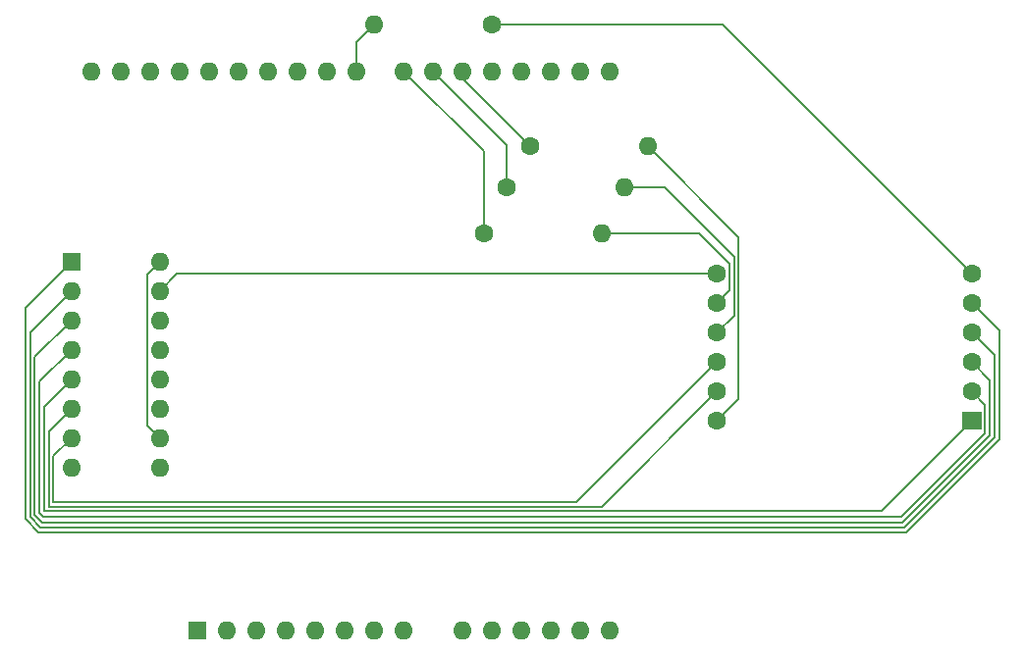
<source format=gbr>
%TF.GenerationSoftware,KiCad,Pcbnew,8.0.4-8.0.4-0~ubuntu24.04.1*%
%TF.CreationDate,2024-08-14T21:56:27+02:00*%
%TF.ProjectId,test_pcb,74657374-5f70-4636-922e-6b696361645f,rev?*%
%TF.SameCoordinates,Original*%
%TF.FileFunction,Copper,L1,Top*%
%TF.FilePolarity,Positive*%
%FSLAX46Y46*%
G04 Gerber Fmt 4.6, Leading zero omitted, Abs format (unit mm)*
G04 Created by KiCad (PCBNEW 8.0.4-8.0.4-0~ubuntu24.04.1) date 2024-08-14 21:56:27*
%MOMM*%
%LPD*%
G01*
G04 APERTURE LIST*
%TA.AperFunction,ComponentPad*%
%ADD10C,1.600000*%
%TD*%
%TA.AperFunction,ComponentPad*%
%ADD11O,1.600000X1.600000*%
%TD*%
%TA.AperFunction,ComponentPad*%
%ADD12R,1.700000X1.600000*%
%TD*%
%TA.AperFunction,ComponentPad*%
%ADD13R,1.600000X1.600000*%
%TD*%
%TA.AperFunction,Conductor*%
%ADD14C,0.200000*%
%TD*%
G04 APERTURE END LIST*
D10*
%TO.P,R1,1*%
%TO.N,Net-(https://www.electrokit.com/upload/product/41013/41013527/1LEDREDCC.pdf1-DIG4)*%
X156080000Y-69000000D03*
D11*
%TO.P,R1,2*%
%TO.N,Net-(UNO1-D8)*%
X145920000Y-69000000D03*
%TD*%
D10*
%TO.P,R4,1*%
%TO.N,Net-(UNO1-D7)*%
X155420000Y-87000000D03*
D11*
%TO.P,R4,2*%
%TO.N,Net-(https://www.electrokit.com/upload/product/41013/41013527/1LEDREDCC.pdf1-DIG3)*%
X165580000Y-87000000D03*
%TD*%
D10*
%TO.P,R3,1*%
%TO.N,Net-(UNO1-D6)*%
X157420000Y-83000000D03*
D11*
%TO.P,R3,2*%
%TO.N,Net-(https://www.electrokit.com/upload/product/41013/41013527/1LEDREDCC.pdf1-DIG2)*%
X167580000Y-83000000D03*
%TD*%
D12*
%TO.P,https://www.electrokit.com/upload/product/41013/41013527/1LEDREDCC.pdf1,1,E*%
%TO.N,Net-(U1-QF)*%
X197500000Y-103200000D03*
D10*
%TO.P,https://www.electrokit.com/upload/product/41013/41013527/1LEDREDCC.pdf1,2,D*%
%TO.N,Net-(U1-QE)*%
X197500000Y-100660000D03*
%TO.P,https://www.electrokit.com/upload/product/41013/41013527/1LEDREDCC.pdf1,3,DP*%
%TO.N,Net-(U1-QD)*%
X197500000Y-98120000D03*
%TO.P,https://www.electrokit.com/upload/product/41013/41013527/1LEDREDCC.pdf1,4,C*%
%TO.N,Net-(U1-QC)*%
X197500000Y-95580000D03*
%TO.P,https://www.electrokit.com/upload/product/41013/41013527/1LEDREDCC.pdf1,5,G*%
%TO.N,Net-(U1-QB)*%
X197500000Y-93040000D03*
%TO.P,https://www.electrokit.com/upload/product/41013/41013527/1LEDREDCC.pdf1,6,DIG4*%
%TO.N,Net-(https://www.electrokit.com/upload/product/41013/41013527/1LEDREDCC.pdf1-DIG4)*%
X197500000Y-90500000D03*
%TO.P,https://www.electrokit.com/upload/product/41013/41013527/1LEDREDCC.pdf1,7,B*%
%TO.N,Net-(U1-QA)*%
X175500000Y-90500000D03*
%TO.P,https://www.electrokit.com/upload/product/41013/41013527/1LEDREDCC.pdf1,8,DIG3*%
%TO.N,Net-(https://www.electrokit.com/upload/product/41013/41013527/1LEDREDCC.pdf1-DIG3)*%
X175500000Y-93040000D03*
%TO.P,https://www.electrokit.com/upload/product/41013/41013527/1LEDREDCC.pdf1,9,DIG2*%
%TO.N,Net-(https://www.electrokit.com/upload/product/41013/41013527/1LEDREDCC.pdf1-DIG2)*%
X175500000Y-95580000D03*
%TO.P,https://www.electrokit.com/upload/product/41013/41013527/1LEDREDCC.pdf1,10,F*%
%TO.N,Net-(U1-QH)*%
X175500000Y-98120000D03*
%TO.P,https://www.electrokit.com/upload/product/41013/41013527/1LEDREDCC.pdf1,11,A*%
%TO.N,Net-(U1-QG)*%
X175500000Y-100660000D03*
%TO.P,https://www.electrokit.com/upload/product/41013/41013527/1LEDREDCC.pdf1,12,DIG1*%
%TO.N,Net-(https://www.electrokit.com/upload/product/41013/41013527/1LEDREDCC.pdf1-DIG1)*%
X175500000Y-103200000D03*
%TD*%
D11*
%TO.P,R2,2*%
%TO.N,Net-(https://www.electrokit.com/upload/product/41013/41013527/1LEDREDCC.pdf1-DIG1)*%
X169580000Y-79500000D03*
D10*
%TO.P,R2,1*%
%TO.N,Net-(UNO1-D5)*%
X159420000Y-79500000D03*
%TD*%
D13*
%TO.P,UNO1,1,NC*%
%TO.N,unconnected-(UNO1-NC-Pad1)*%
X130720000Y-121260000D03*
D11*
%TO.P,UNO1,2,IOREF*%
%TO.N,unconnected-(UNO1-IOREF-Pad2)*%
X133260000Y-121260000D03*
%TO.P,UNO1,3,~{RESET}*%
%TO.N,unconnected-(UNO1-~{RESET}-Pad3)*%
X135800000Y-121260000D03*
%TO.P,UNO1,4,3V3*%
%TO.N,unconnected-(UNO1-3V3-Pad4)*%
X138340000Y-121260000D03*
%TO.P,UNO1,5,+5V*%
%TO.N,Net-(U1-VCC)*%
X140880000Y-121260000D03*
%TO.P,UNO1,6,GND*%
%TO.N,unconnected-(UNO1-GND-Pad6)*%
X143420000Y-121260000D03*
%TO.P,UNO1,7,GND*%
%TO.N,unconnected-(UNO1-GND-Pad7)*%
X145960000Y-121260000D03*
%TO.P,UNO1,8,VIN*%
%TO.N,unconnected-(UNO1-VIN-Pad8)*%
X148500000Y-121260000D03*
%TO.P,UNO1,9,A0*%
%TO.N,unconnected-(UNO1-A0-Pad9)*%
X153580000Y-121260000D03*
%TO.P,UNO1,10,A1*%
%TO.N,unconnected-(UNO1-A1-Pad10)*%
X156120000Y-121260000D03*
%TO.P,UNO1,11,A2*%
%TO.N,unconnected-(UNO1-A2-Pad11)*%
X158660000Y-121260000D03*
%TO.P,UNO1,12,A3*%
%TO.N,unconnected-(UNO1-A3-Pad12)*%
X161200000Y-121260000D03*
%TO.P,UNO1,13,SDA/A4*%
%TO.N,unconnected-(UNO1-SDA{slash}A4-Pad13)*%
X163740000Y-121260000D03*
%TO.P,UNO1,14,SCL/A5*%
%TO.N,unconnected-(UNO1-SCL{slash}A5-Pad14)*%
X166280000Y-121260000D03*
%TO.P,UNO1,15,D0/RX*%
%TO.N,unconnected-(UNO1-D0{slash}RX-Pad15)*%
X166280000Y-73000000D03*
%TO.P,UNO1,16,D1/TX*%
%TO.N,unconnected-(UNO1-D1{slash}TX-Pad16)*%
X163740000Y-73000000D03*
%TO.P,UNO1,17,D2*%
%TO.N,Net-(U1-SER)*%
X161200000Y-73000000D03*
%TO.P,UNO1,18,D3*%
%TO.N,Net-(U1-RCLK)*%
X158660000Y-73000000D03*
%TO.P,UNO1,19,D4*%
%TO.N,Net-(U1-SRCLK)*%
X156120000Y-73000000D03*
%TO.P,UNO1,20,D5*%
%TO.N,Net-(UNO1-D5)*%
X153580000Y-73000000D03*
%TO.P,UNO1,21,D6*%
%TO.N,Net-(UNO1-D6)*%
X151040000Y-73000000D03*
%TO.P,UNO1,22,D7*%
%TO.N,Net-(UNO1-D7)*%
X148500000Y-73000000D03*
%TO.P,UNO1,23,D8*%
%TO.N,Net-(UNO1-D8)*%
X144440000Y-73000000D03*
%TO.P,UNO1,24,D9*%
%TO.N,unconnected-(UNO1-D9-Pad24)*%
X141900000Y-73000000D03*
%TO.P,UNO1,25,D10*%
%TO.N,unconnected-(UNO1-D10-Pad25)*%
X139360000Y-73000000D03*
%TO.P,UNO1,26,D11*%
%TO.N,unconnected-(UNO1-D11-Pad26)*%
X136820000Y-73000000D03*
%TO.P,UNO1,27,D12*%
%TO.N,unconnected-(UNO1-D12-Pad27)*%
X134280000Y-73000000D03*
%TO.P,UNO1,28,D13*%
%TO.N,unconnected-(UNO1-D13-Pad28)*%
X131740000Y-73000000D03*
%TO.P,UNO1,29,GND*%
%TO.N,Net-(U1-GND)*%
X129200000Y-73000000D03*
%TO.P,UNO1,30,AREF*%
%TO.N,unconnected-(UNO1-AREF-Pad30)*%
X126660000Y-73000000D03*
%TO.P,UNO1,31,SDA/A4*%
%TO.N,unconnected-(UNO1-SDA{slash}A4-Pad31)*%
X124120000Y-73000000D03*
%TO.P,UNO1,32,SCL/A5*%
%TO.N,unconnected-(UNO1-SCL{slash}A5-Pad32)*%
X121580000Y-73000000D03*
%TD*%
%TO.P,U1,16,VCC*%
%TO.N,Net-(U1-VCC)*%
X127500000Y-89420000D03*
%TO.P,U1,15,QA*%
%TO.N,Net-(U1-QA)*%
X127500000Y-91960000D03*
%TO.P,U1,14,SER*%
%TO.N,Net-(U1-SER)*%
X127500000Y-94500000D03*
%TO.P,U1,13,~{OE}*%
%TO.N,Net-(U1-GND)*%
X127500000Y-97040000D03*
%TO.P,U1,12,RCLK*%
%TO.N,Net-(U1-RCLK)*%
X127500000Y-99580000D03*
%TO.P,U1,11,SRCLK*%
%TO.N,Net-(U1-SRCLK)*%
X127500000Y-102120000D03*
%TO.P,U1,10,~{SRCLR}*%
%TO.N,Net-(U1-VCC)*%
X127500000Y-104660000D03*
%TO.P,U1,9,QH'*%
%TO.N,unconnected-(U1-QH'-Pad9)*%
X127500000Y-107200000D03*
%TO.P,U1,8,GND*%
%TO.N,Net-(U1-GND)*%
X119880000Y-107200000D03*
%TO.P,U1,7,QH*%
%TO.N,Net-(U1-QH)*%
X119880000Y-104660000D03*
%TO.P,U1,6,QG*%
%TO.N,Net-(U1-QG)*%
X119880000Y-102120000D03*
%TO.P,U1,5,QF*%
%TO.N,Net-(U1-QF)*%
X119880000Y-99580000D03*
%TO.P,U1,4,QE*%
%TO.N,Net-(U1-QE)*%
X119880000Y-97040000D03*
%TO.P,U1,3,QD*%
%TO.N,Net-(U1-QD)*%
X119880000Y-94500000D03*
%TO.P,U1,2,QC*%
%TO.N,Net-(U1-QC)*%
X119880000Y-91960000D03*
D13*
%TO.P,U1,1,QB*%
%TO.N,Net-(U1-QB)*%
X119880000Y-89420000D03*
%TD*%
D14*
%TO.N,Net-(https://www.electrokit.com/upload/product/41013/41013527/1LEDREDCC.pdf1-DIG4)*%
X156080000Y-69000000D02*
X176000000Y-69000000D01*
X176000000Y-69000000D02*
X197500000Y-90500000D01*
%TO.N,Net-(UNO1-D8)*%
X144440000Y-73000000D02*
X144440000Y-70480000D01*
X144440000Y-70480000D02*
X145920000Y-69000000D01*
%TO.N,Net-(U1-VCC)*%
X127500000Y-89420000D02*
X126400000Y-90520000D01*
X126400000Y-90520000D02*
X126400000Y-103560000D01*
X126400000Y-103560000D02*
X127500000Y-104660000D01*
%TO.N,Net-(U1-QH)*%
X118300000Y-106240000D02*
X118300000Y-110200000D01*
X119880000Y-104660000D02*
X118300000Y-106240000D01*
X118300000Y-110200000D02*
X163420000Y-110200000D01*
X163420000Y-110200000D02*
X175500000Y-98120000D01*
%TO.N,Net-(U1-QG)*%
X117900000Y-104100000D02*
X117900000Y-110600000D01*
X119880000Y-102120000D02*
X117900000Y-104100000D01*
X117900000Y-110600000D02*
X165560000Y-110600000D01*
X165560000Y-110600000D02*
X175500000Y-100660000D01*
%TO.N,Net-(UNO1-D7)*%
X155420000Y-87000000D02*
X155420000Y-79920000D01*
X155420000Y-79920000D02*
X148500000Y-73000000D01*
%TO.N,Net-(UNO1-D6)*%
X157420000Y-83000000D02*
X157420000Y-79380000D01*
X157420000Y-79380000D02*
X151040000Y-73000000D01*
%TO.N,Net-(UNO1-D5)*%
X159420000Y-79500000D02*
X153580000Y-73660000D01*
X153580000Y-73660000D02*
X153580000Y-73000000D01*
%TO.N,Net-(U1-QB)*%
X197500000Y-93040000D02*
X199850000Y-95390000D01*
X115900000Y-111662743D02*
X115900000Y-93400000D01*
X199850000Y-95390000D02*
X199850000Y-104797058D01*
X115900000Y-93400000D02*
X119880000Y-89420000D01*
X199850000Y-104797058D02*
X191847058Y-112800000D01*
X191847058Y-112800000D02*
X117037257Y-112800000D01*
X117037257Y-112800000D02*
X115900000Y-111662743D01*
%TO.N,Net-(U1-QC)*%
X197500000Y-95580000D02*
X199450000Y-97530000D01*
X116300000Y-95540000D02*
X119880000Y-91960000D01*
X199450000Y-97530000D02*
X199450000Y-104631372D01*
X199450000Y-104631372D02*
X191681372Y-112400000D01*
X191681372Y-112400000D02*
X117202943Y-112400000D01*
X117202943Y-112400000D02*
X116300000Y-111497057D01*
X116300000Y-111497057D02*
X116300000Y-95540000D01*
%TO.N,Net-(U1-QD)*%
X197500000Y-98120000D02*
X199050000Y-99670000D01*
X199050000Y-99670000D02*
X199050000Y-104465686D01*
X117368629Y-112000000D02*
X116700000Y-111331371D01*
X199050000Y-104465686D02*
X191515686Y-112000000D01*
X116700000Y-111331371D02*
X116700000Y-97680000D01*
X191515686Y-112000000D02*
X117368629Y-112000000D01*
X116700000Y-97680000D02*
X119880000Y-94500000D01*
%TO.N,Net-(U1-QE)*%
X197500000Y-100660000D02*
X198650000Y-101810000D01*
X198650000Y-101810000D02*
X198650000Y-104300000D01*
X198650000Y-104300000D02*
X191450000Y-111500000D01*
X191450000Y-111500000D02*
X117434315Y-111500000D01*
X117434315Y-111500000D02*
X117100000Y-111165685D01*
X117100000Y-111165685D02*
X117100000Y-99820000D01*
X117100000Y-99820000D02*
X119880000Y-97040000D01*
%TO.N,Net-(U1-QF)*%
X189700000Y-111000000D02*
X117500000Y-111000000D01*
X197500000Y-103200000D02*
X189700000Y-111000000D01*
X117500000Y-111000000D02*
X117500000Y-101960000D01*
X117500000Y-101960000D02*
X119880000Y-99580000D01*
%TO.N,Net-(https://www.electrokit.com/upload/product/41013/41013527/1LEDREDCC.pdf1-DIG1)*%
X175500000Y-103200000D02*
X177400000Y-101300000D01*
X177400000Y-101300000D02*
X177400000Y-87320000D01*
X177400000Y-87320000D02*
X169580000Y-79500000D01*
%TO.N,Net-(https://www.electrokit.com/upload/product/41013/41013527/1LEDREDCC.pdf1-DIG2)*%
X175500000Y-95580000D02*
X177000000Y-94080000D01*
X177000000Y-94080000D02*
X177000000Y-89000000D01*
X177000000Y-89000000D02*
X171000000Y-83000000D01*
X171000000Y-83000000D02*
X167580000Y-83000000D01*
%TO.N,Net-(https://www.electrokit.com/upload/product/41013/41013527/1LEDREDCC.pdf1-DIG3)*%
X175500000Y-93040000D02*
X176600000Y-91940000D01*
X176600000Y-91940000D02*
X176600000Y-89600000D01*
X176600000Y-89600000D02*
X174000000Y-87000000D01*
X174000000Y-87000000D02*
X165580000Y-87000000D01*
%TO.N,Net-(https://www.electrokit.com/upload/product/41013/41013527/1LEDREDCC.pdf1-DIG2)*%
X175420000Y-95500000D02*
X175500000Y-95580000D01*
%TO.N,Net-(U1-QA)*%
X128960000Y-90500000D02*
X127500000Y-91960000D01*
X175500000Y-90500000D02*
X128960000Y-90500000D01*
%TD*%
M02*

</source>
